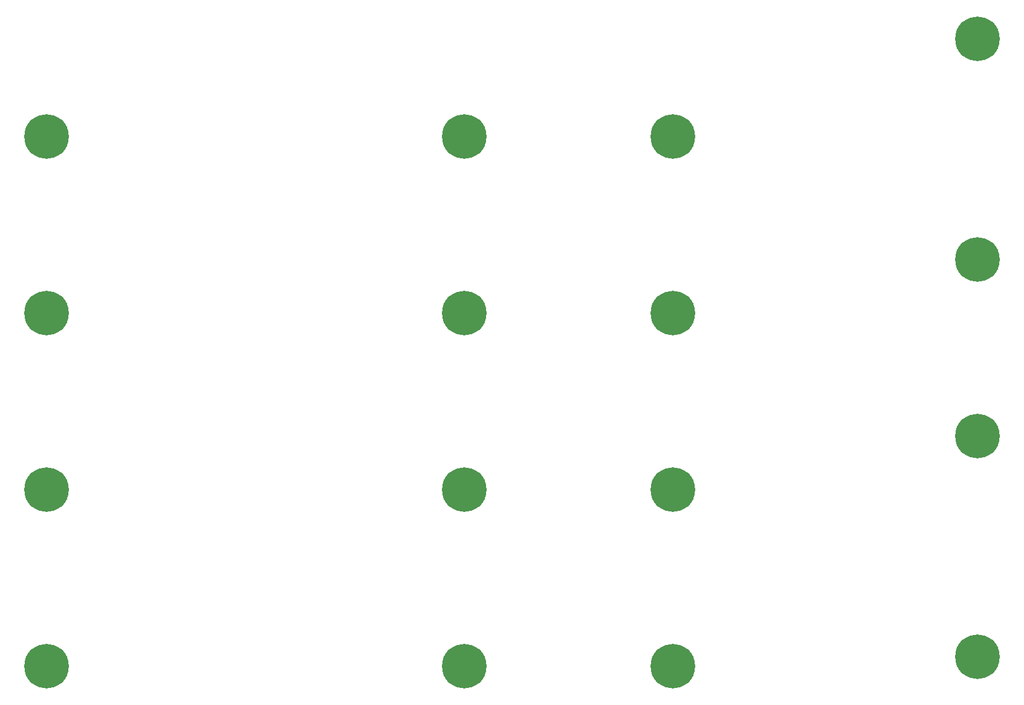
<source format=gbr>
%TF.GenerationSoftware,KiCad,Pcbnew,(6.0.5)*%
%TF.CreationDate,2023-01-19T15:00:21-05:00*%
%TF.ProjectId,floppy_bracket,666c6f70-7079-45f6-9272-61636b65742e,rev?*%
%TF.SameCoordinates,Original*%
%TF.FileFunction,Soldermask,Top*%
%TF.FilePolarity,Negative*%
%FSLAX46Y46*%
G04 Gerber Fmt 4.6, Leading zero omitted, Abs format (unit mm)*
G04 Created by KiCad (PCBNEW (6.0.5)) date 2023-01-19 15:00:21*
%MOMM*%
%LPD*%
G01*
G04 APERTURE LIST*
%ADD10C,6.400000*%
G04 APERTURE END LIST*
D10*
%TO.C,H16*%
X234950000Y-146050000D03*
%TD*%
%TO.C,H15*%
X234950000Y-88900000D03*
%TD*%
%TO.C,H14*%
X234950000Y-114300000D03*
%TD*%
%TO.C,H13*%
X234950000Y-57150000D03*
%TD*%
%TO.C,H12*%
X191200000Y-147400000D03*
%TD*%
%TO.C,H11*%
X161200000Y-147400000D03*
%TD*%
%TO.C,H10*%
X101200000Y-147400000D03*
%TD*%
%TO.C,H9*%
X191200000Y-122000000D03*
%TD*%
%TO.C,H8*%
X161200000Y-122000000D03*
%TD*%
%TO.C,H7*%
X101200000Y-122000000D03*
%TD*%
%TO.C,H6*%
X191200000Y-96600000D03*
%TD*%
%TO.C,H5*%
X161200000Y-96600000D03*
%TD*%
%TO.C,H4*%
X101200000Y-96600000D03*
%TD*%
%TO.C,H3*%
X191200000Y-71200000D03*
%TD*%
%TO.C,H2*%
X161200000Y-71200000D03*
%TD*%
%TO.C,H1*%
X101200000Y-71200000D03*
%TD*%
M02*

</source>
